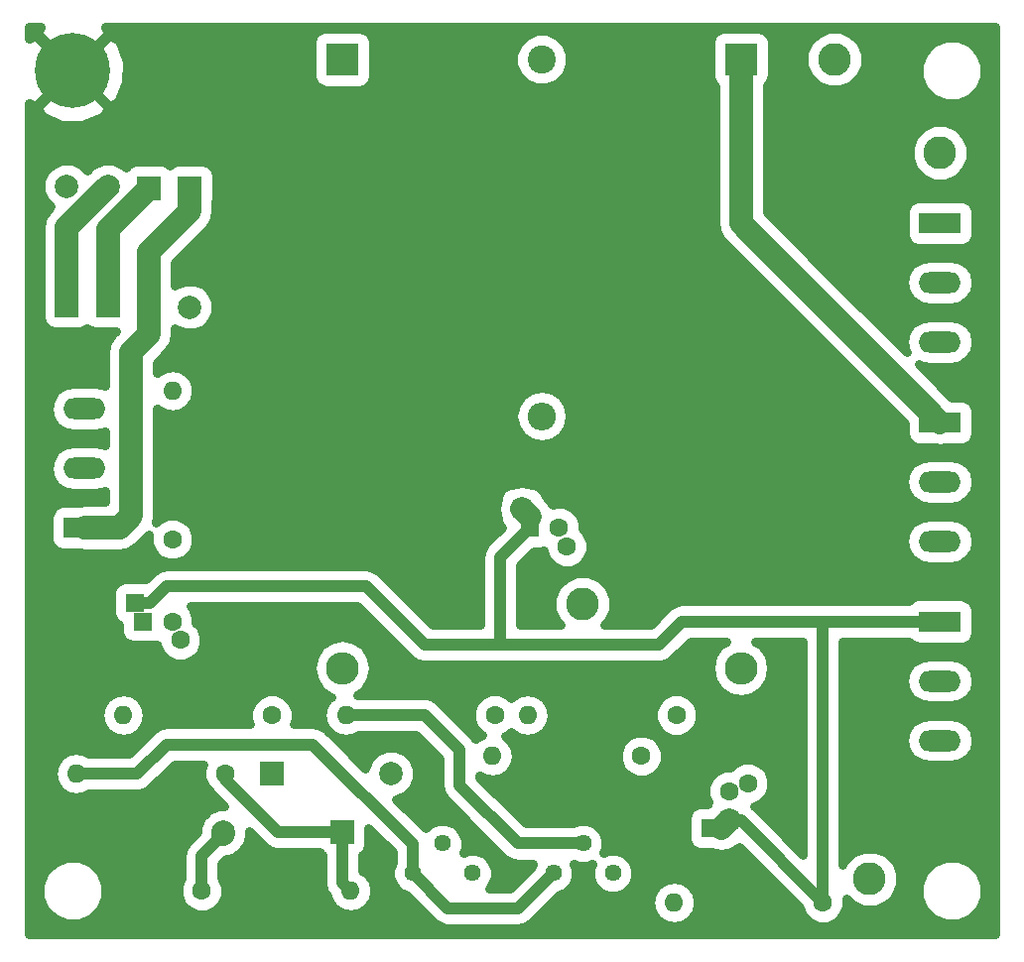
<source format=gbr>
G04 #@! TF.FileFunction,Copper,L1,Top,Signal*
%FSLAX46Y46*%
G04 Gerber Fmt 4.6, Leading zero omitted, Abs format (unit mm)*
G04 Created by KiCad (PCBNEW 4.0.7) date Monday, 04 June 2018 'PMt' 21:28:53*
%MOMM*%
%LPD*%
G01*
G04 APERTURE LIST*
%ADD10C,0.100000*%
%ADD11R,3.600000X1.800000*%
%ADD12O,3.600000X1.800000*%
%ADD13R,1.600000X1.600000*%
%ADD14C,1.600000*%
%ADD15O,1.600000X1.600000*%
%ADD16C,1.998980*%
%ADD17R,1.998980X1.998980*%
%ADD18C,1.440000*%
%ADD19C,6.400000*%
%ADD20R,2.800000X2.800000*%
%ADD21O,2.800000X2.800000*%
%ADD22C,2.800000*%
%ADD23C,2.400000*%
%ADD24O,2.400000X2.400000*%
%ADD25C,1.000000*%
%ADD26C,2.000000*%
%ADD27C,0.800000*%
G04 APERTURE END LIST*
D10*
D11*
X129000000Y-70000000D03*
D12*
X129000000Y-75080000D03*
X129000000Y-80160000D03*
D13*
X61000000Y-87000000D03*
D14*
X63500000Y-87000000D03*
D13*
X60329063Y-85400000D03*
D14*
X64170937Y-88600000D03*
X72000000Y-95000000D03*
D15*
X59300000Y-95000000D03*
D13*
X94000000Y-79000000D03*
D14*
X96500000Y-79000000D03*
D13*
X93329063Y-77400000D03*
D14*
X97170937Y-80600000D03*
D13*
X111000000Y-104000000D03*
D14*
X111000000Y-101500000D03*
D13*
X109400000Y-104670937D03*
D14*
X112600000Y-100829063D03*
D16*
X82160000Y-99997460D03*
D17*
X72000000Y-99997460D03*
D16*
X67840000Y-105002540D03*
D17*
X78000000Y-105002540D03*
D11*
X56000000Y-79000000D03*
D12*
X56000000Y-73920000D03*
X56000000Y-68840000D03*
D18*
X101080000Y-108500000D03*
X98540000Y-105960000D03*
X96000000Y-108500000D03*
X89080000Y-108500000D03*
X86540000Y-105960000D03*
X84000000Y-108500000D03*
D19*
X55000000Y-40000000D03*
D11*
X129000000Y-53000000D03*
D12*
X129000000Y-58080000D03*
X129000000Y-63160000D03*
D11*
X129000000Y-87000000D03*
D12*
X129000000Y-92080000D03*
X129000000Y-97160000D03*
D20*
X78000000Y-39000000D03*
D21*
X78000000Y-91000000D03*
D20*
X112000000Y-39000000D03*
D21*
X112000000Y-91000000D03*
D14*
X63500000Y-80000000D03*
D15*
X63500000Y-67300000D03*
D14*
X91000000Y-95000000D03*
D15*
X78300000Y-95000000D03*
D14*
X119000000Y-111000000D03*
D15*
X106300000Y-111000000D03*
D14*
X68000000Y-100000000D03*
D15*
X55300000Y-100000000D03*
D14*
X66000000Y-110000000D03*
D15*
X78700000Y-110000000D03*
D16*
X65002540Y-60160000D03*
D17*
X65002540Y-50000000D03*
D16*
X54497460Y-49840000D03*
D17*
X54497460Y-60000000D03*
D16*
X61502540Y-60160000D03*
D17*
X61502540Y-50000000D03*
D16*
X57997460Y-49840000D03*
D17*
X57997460Y-60000000D03*
D22*
X129000000Y-47000000D03*
X120000000Y-39000000D03*
X98500000Y-85500000D03*
X123000000Y-109000000D03*
D23*
X95000000Y-39000000D03*
D24*
X95000000Y-69480000D03*
D14*
X106500000Y-95000000D03*
D15*
X93800000Y-95000000D03*
D14*
X103500000Y-98500000D03*
D15*
X90800000Y-98500000D03*
D25*
X55300000Y-100000000D02*
X60500000Y-100000000D01*
X84000000Y-106000000D02*
X84000000Y-108500000D01*
X75500000Y-97500000D02*
X84000000Y-106000000D01*
X63000000Y-97500000D02*
X75500000Y-97500000D01*
X60500000Y-100000000D02*
X63000000Y-97500000D01*
X84000000Y-108500000D02*
X87000000Y-111500000D01*
X87000000Y-111500000D02*
X93000000Y-111500000D01*
X93000000Y-111500000D02*
X96000000Y-108500000D01*
X78300000Y-95000000D02*
X85000000Y-95000000D01*
X92960000Y-105960000D02*
X98540000Y-105960000D01*
X88000000Y-101000000D02*
X92960000Y-105960000D01*
X88000000Y-98000000D02*
X88000000Y-101000000D01*
X85000000Y-95000000D02*
X88000000Y-98000000D01*
X78000000Y-105002540D02*
X78000000Y-109300000D01*
X78000000Y-109300000D02*
X78700000Y-110000000D01*
X68000000Y-100000000D02*
X68000000Y-100500000D01*
X68000000Y-100500000D02*
X72502540Y-105002540D01*
X72502540Y-105002540D02*
X78000000Y-105002540D01*
D26*
X61502540Y-60160000D02*
X61502540Y-55497460D01*
X65002540Y-51997460D02*
X65002540Y-50000000D01*
X61502540Y-55497460D02*
X65002540Y-51997460D01*
X56000000Y-79000000D02*
X59000000Y-79000000D01*
X61502540Y-62497460D02*
X61502540Y-60160000D01*
X60000000Y-64000000D02*
X61502540Y-62497460D01*
X60000000Y-78000000D02*
X60000000Y-64000000D01*
X59000000Y-79000000D02*
X60000000Y-78000000D01*
X57997460Y-60000000D02*
X57997460Y-53505080D01*
X57997460Y-53505080D02*
X61502540Y-50000000D01*
X112000000Y-39000000D02*
X112000000Y-53000000D01*
X112000000Y-53000000D02*
X129000000Y-70000000D01*
D25*
X129000000Y-87000000D02*
X119000000Y-87000000D01*
X94000000Y-79000000D02*
X94000000Y-78070937D01*
D26*
X94000000Y-78070937D02*
X93329063Y-77400000D01*
D25*
X91500000Y-89000000D02*
X91500000Y-81500000D01*
X91500000Y-81500000D02*
X94000000Y-79000000D01*
X109400000Y-104670937D02*
X110329063Y-104670937D01*
D26*
X110329063Y-104670937D02*
X111000000Y-104000000D01*
D25*
X111000000Y-104000000D02*
X112000000Y-104000000D01*
X112000000Y-104000000D02*
X119000000Y-111000000D01*
X119000000Y-111000000D02*
X119000000Y-87000000D01*
X60329063Y-85400000D02*
X61600000Y-85400000D01*
X107000000Y-87000000D02*
X105000000Y-89000000D01*
X61600000Y-85400000D02*
X63000000Y-84000000D01*
X63000000Y-84000000D02*
X80000000Y-84000000D01*
X80000000Y-84000000D02*
X85000000Y-89000000D01*
X85000000Y-89000000D02*
X91500000Y-89000000D01*
X91500000Y-89000000D02*
X105000000Y-89000000D01*
X119000000Y-87000000D02*
X107000000Y-87000000D01*
D26*
X54497460Y-60000000D02*
X54497460Y-53340000D01*
X54497460Y-53340000D02*
X57997460Y-49840000D01*
D25*
X67840000Y-105160000D02*
X66000000Y-107000000D01*
X66000000Y-107000000D02*
X66000000Y-110000000D01*
D26*
X67840000Y-105002540D02*
X67840000Y-105160000D01*
D27*
G36*
X52002598Y-36861176D02*
X55000000Y-39858579D01*
X57997402Y-36861176D01*
X57732734Y-36275000D01*
X133725000Y-36275000D01*
X133725000Y-113725000D01*
X51275000Y-113725000D01*
X51275000Y-110554511D01*
X52199515Y-110554511D01*
X52624892Y-111584000D01*
X53411857Y-112372340D01*
X54440602Y-112799513D01*
X55554511Y-112800485D01*
X56584000Y-112375108D01*
X57372340Y-111588143D01*
X57799513Y-110559398D01*
X57800485Y-109445489D01*
X57375108Y-108416000D01*
X56588143Y-107627660D01*
X55559398Y-107200487D01*
X54445489Y-107199515D01*
X53416000Y-107624892D01*
X52627660Y-108411857D01*
X52200487Y-109440602D01*
X52199515Y-110554511D01*
X51275000Y-110554511D01*
X51275000Y-100000000D01*
X53260818Y-100000000D01*
X53413059Y-100765367D01*
X53846604Y-101414214D01*
X54495451Y-101847759D01*
X55260818Y-102000000D01*
X55339182Y-102000000D01*
X56104549Y-101847759D01*
X56325686Y-101700000D01*
X60499995Y-101700000D01*
X60500000Y-101700001D01*
X61150562Y-101570595D01*
X61702082Y-101202082D01*
X63704163Y-99200000D01*
X66166621Y-99200000D01*
X66000348Y-99600430D01*
X65999654Y-100396079D01*
X66303494Y-101131429D01*
X66645623Y-101474155D01*
X66797918Y-101702082D01*
X67898936Y-102803100D01*
X67842569Y-102803051D01*
X67840000Y-102802540D01*
X67837453Y-102803047D01*
X67404414Y-102802669D01*
X67000665Y-102969494D01*
X66998096Y-102970005D01*
X66995937Y-102971448D01*
X66595716Y-103136815D01*
X66286542Y-103445451D01*
X66284365Y-103446905D01*
X66282923Y-103449063D01*
X65976450Y-103755002D01*
X65808920Y-104158458D01*
X65807465Y-104160636D01*
X65806958Y-104163183D01*
X65640892Y-104563115D01*
X65640550Y-104955286D01*
X64797918Y-105797918D01*
X64429405Y-106349438D01*
X64299999Y-107000000D01*
X64300000Y-107000005D01*
X64300000Y-108878788D01*
X64000348Y-109600430D01*
X63999654Y-110396079D01*
X64303494Y-111131429D01*
X64865612Y-111694529D01*
X65600430Y-111999652D01*
X66396079Y-112000346D01*
X67131429Y-111696506D01*
X67694529Y-111134388D01*
X67999652Y-110399570D01*
X68000346Y-109603921D01*
X67700000Y-108877027D01*
X67700000Y-107704164D01*
X68094858Y-107309306D01*
X68681904Y-107192535D01*
X69395635Y-106715635D01*
X69872535Y-106001904D01*
X69933162Y-105697111D01*
X70039108Y-105441965D01*
X70039351Y-105163263D01*
X70040000Y-105160000D01*
X70040000Y-105002540D01*
X70039493Y-104999993D01*
X70039542Y-104943706D01*
X71300456Y-106204619D01*
X71300458Y-106204622D01*
X71662789Y-106446723D01*
X71851978Y-106573135D01*
X72502540Y-106702541D01*
X72502545Y-106702540D01*
X76025289Y-106702540D01*
X76123489Y-106855147D01*
X76300000Y-106975752D01*
X76300000Y-109299995D01*
X76299999Y-109300000D01*
X76429405Y-109950562D01*
X76744907Y-110422746D01*
X76813059Y-110765367D01*
X77246604Y-111414214D01*
X77895451Y-111847759D01*
X78660818Y-112000000D01*
X78739182Y-112000000D01*
X79504549Y-111847759D01*
X80153396Y-111414214D01*
X80586941Y-110765367D01*
X80739182Y-110000000D01*
X80586941Y-109234633D01*
X80153396Y-108585786D01*
X79700000Y-108282837D01*
X79700000Y-106977251D01*
X79852607Y-106879051D01*
X80126604Y-106478044D01*
X80222999Y-106002030D01*
X80222999Y-104627162D01*
X82300000Y-106704163D01*
X82300000Y-107587398D01*
X82080334Y-108116413D01*
X82079667Y-108880236D01*
X82371354Y-109586172D01*
X82910987Y-110126748D01*
X83443846Y-110348010D01*
X85797916Y-112702079D01*
X85797918Y-112702082D01*
X86349438Y-113070595D01*
X86457374Y-113092065D01*
X87000000Y-113200001D01*
X87000005Y-113200000D01*
X92999995Y-113200000D01*
X93000000Y-113200001D01*
X93650562Y-113070595D01*
X94202082Y-112702082D01*
X95904163Y-111000000D01*
X104260818Y-111000000D01*
X104413059Y-111765367D01*
X104846604Y-112414214D01*
X105495451Y-112847759D01*
X106260818Y-113000000D01*
X106339182Y-113000000D01*
X107104549Y-112847759D01*
X107753396Y-112414214D01*
X108186941Y-111765367D01*
X108339182Y-111000000D01*
X108186941Y-110234633D01*
X107753396Y-109585786D01*
X107104549Y-109152241D01*
X106339182Y-109000000D01*
X106260818Y-109000000D01*
X105495451Y-109152241D01*
X104846604Y-109585786D01*
X104413059Y-110234633D01*
X104260818Y-111000000D01*
X95904163Y-111000000D01*
X96556774Y-110347389D01*
X97086172Y-110128646D01*
X97626748Y-109589013D01*
X97919666Y-108883587D01*
X97920333Y-108119764D01*
X97751687Y-107711609D01*
X98156413Y-107879666D01*
X98920236Y-107880333D01*
X99328391Y-107711687D01*
X99160334Y-108116413D01*
X99159667Y-108880236D01*
X99451354Y-109586172D01*
X99990987Y-110126748D01*
X100696413Y-110419666D01*
X101460236Y-110420333D01*
X102166172Y-110128646D01*
X102706748Y-109589013D01*
X102999666Y-108883587D01*
X103000333Y-108119764D01*
X102708646Y-107413828D01*
X102169013Y-106873252D01*
X101463587Y-106580334D01*
X100699764Y-106579667D01*
X100291609Y-106748313D01*
X100459666Y-106343587D01*
X100460333Y-105579764D01*
X100168646Y-104873828D01*
X99629013Y-104333252D01*
X98923587Y-104040334D01*
X98159764Y-104039667D01*
X97626518Y-104260000D01*
X93664163Y-104260000D01*
X89700000Y-100295836D01*
X89700000Y-100150345D01*
X89995451Y-100347759D01*
X90760818Y-100500000D01*
X90839182Y-100500000D01*
X91604549Y-100347759D01*
X92253396Y-99914214D01*
X92686941Y-99265367D01*
X92760396Y-98896079D01*
X101499654Y-98896079D01*
X101803494Y-99631429D01*
X102365612Y-100194529D01*
X103100430Y-100499652D01*
X103896079Y-100500346D01*
X104631429Y-100196506D01*
X105194529Y-99634388D01*
X105499652Y-98899570D01*
X105500346Y-98103921D01*
X105196506Y-97368571D01*
X104634388Y-96805471D01*
X103899570Y-96500348D01*
X103103921Y-96499654D01*
X102368571Y-96803494D01*
X101805471Y-97365612D01*
X101500348Y-98100430D01*
X101499654Y-98896079D01*
X92760396Y-98896079D01*
X92839182Y-98500000D01*
X92686941Y-97734633D01*
X92253396Y-97085786D01*
X91846804Y-96814110D01*
X92131429Y-96696506D01*
X92387105Y-96441276D01*
X92995451Y-96847759D01*
X93760818Y-97000000D01*
X93839182Y-97000000D01*
X94604549Y-96847759D01*
X95253396Y-96414214D01*
X95686941Y-95765367D01*
X95760396Y-95396079D01*
X104499654Y-95396079D01*
X104803494Y-96131429D01*
X105365612Y-96694529D01*
X106100430Y-96999652D01*
X106896079Y-97000346D01*
X107631429Y-96696506D01*
X108194529Y-96134388D01*
X108499652Y-95399570D01*
X108500346Y-94603921D01*
X108196506Y-93868571D01*
X107634388Y-93305471D01*
X106899570Y-93000348D01*
X106103921Y-92999654D01*
X105368571Y-93303494D01*
X104805471Y-93865612D01*
X104500348Y-94600430D01*
X104499654Y-95396079D01*
X95760396Y-95396079D01*
X95839182Y-95000000D01*
X95686941Y-94234633D01*
X95253396Y-93585786D01*
X94604549Y-93152241D01*
X93839182Y-93000000D01*
X93760818Y-93000000D01*
X92995451Y-93152241D01*
X92387162Y-93558686D01*
X92134388Y-93305471D01*
X91399570Y-93000348D01*
X90603921Y-92999654D01*
X89868571Y-93303494D01*
X89305471Y-93865612D01*
X89000348Y-94600430D01*
X88999654Y-95396079D01*
X89303494Y-96131429D01*
X89865612Y-96694529D01*
X89906656Y-96711572D01*
X89379667Y-97063694D01*
X89202082Y-96797918D01*
X89202079Y-96797916D01*
X86202082Y-93797918D01*
X85650562Y-93429405D01*
X85000000Y-93299999D01*
X84999995Y-93300000D01*
X79325686Y-93300000D01*
X79274840Y-93266026D01*
X79838478Y-92889415D01*
X80402087Y-92045914D01*
X80600000Y-91050937D01*
X80600000Y-90949063D01*
X80402087Y-89954086D01*
X79838478Y-89110585D01*
X78994977Y-88546976D01*
X78000000Y-88349063D01*
X77005023Y-88546976D01*
X76161522Y-89110585D01*
X75597913Y-89954086D01*
X75400000Y-90949063D01*
X75400000Y-91050937D01*
X75597913Y-92045914D01*
X76161522Y-92889415D01*
X77005023Y-93453024D01*
X77036058Y-93459197D01*
X76846604Y-93585786D01*
X76413059Y-94234633D01*
X76260818Y-95000000D01*
X76413059Y-95765367D01*
X76846604Y-96414214D01*
X77495451Y-96847759D01*
X78260818Y-97000000D01*
X78339182Y-97000000D01*
X79104549Y-96847759D01*
X79325686Y-96700000D01*
X84295836Y-96700000D01*
X86300000Y-98704163D01*
X86300000Y-100999995D01*
X86299999Y-101000000D01*
X86429405Y-101650562D01*
X86797918Y-102202082D01*
X91757916Y-107162079D01*
X91757918Y-107162082D01*
X92309438Y-107530595D01*
X92960000Y-107660000D01*
X94269853Y-107660000D01*
X94151989Y-107943847D01*
X92295836Y-109800000D01*
X90495392Y-109800000D01*
X90706748Y-109589013D01*
X90999666Y-108883587D01*
X91000333Y-108119764D01*
X90708646Y-107413828D01*
X90169013Y-106873252D01*
X89463587Y-106580334D01*
X88699764Y-106579667D01*
X88291609Y-106748313D01*
X88459666Y-106343587D01*
X88460333Y-105579764D01*
X88168646Y-104873828D01*
X87629013Y-104333252D01*
X86923587Y-104040334D01*
X86159764Y-104039667D01*
X85453828Y-104331354D01*
X85094359Y-104690196D01*
X82599767Y-102195604D01*
X83404284Y-101863185D01*
X84023550Y-101244998D01*
X84359108Y-100436885D01*
X84359871Y-99561874D01*
X84025725Y-98753176D01*
X83407538Y-98133910D01*
X82599425Y-97798352D01*
X81724414Y-97797589D01*
X80915716Y-98131735D01*
X80296450Y-98749922D01*
X79961275Y-99557112D01*
X76702082Y-96297918D01*
X76150562Y-95929405D01*
X75500000Y-95799999D01*
X75499995Y-95800000D01*
X73833379Y-95800000D01*
X73999652Y-95399570D01*
X74000346Y-94603921D01*
X73696506Y-93868571D01*
X73134388Y-93305471D01*
X72399570Y-93000348D01*
X71603921Y-92999654D01*
X70868571Y-93303494D01*
X70305471Y-93865612D01*
X70000348Y-94600430D01*
X69999654Y-95396079D01*
X70166551Y-95800000D01*
X63000005Y-95800000D01*
X63000000Y-95799999D01*
X62349438Y-95929405D01*
X61797918Y-96297918D01*
X61797916Y-96297921D01*
X59795836Y-98300000D01*
X56325686Y-98300000D01*
X56104549Y-98152241D01*
X55339182Y-98000000D01*
X55260818Y-98000000D01*
X54495451Y-98152241D01*
X53846604Y-98585786D01*
X53413059Y-99234633D01*
X53260818Y-100000000D01*
X51275000Y-100000000D01*
X51275000Y-95000000D01*
X57260818Y-95000000D01*
X57413059Y-95765367D01*
X57846604Y-96414214D01*
X58495451Y-96847759D01*
X59260818Y-97000000D01*
X59339182Y-97000000D01*
X60104549Y-96847759D01*
X60753396Y-96414214D01*
X61186941Y-95765367D01*
X61339182Y-95000000D01*
X61186941Y-94234633D01*
X60753396Y-93585786D01*
X60104549Y-93152241D01*
X59339182Y-93000000D01*
X59260818Y-93000000D01*
X58495451Y-93152241D01*
X57846604Y-93585786D01*
X57413059Y-94234633D01*
X57260818Y-95000000D01*
X51275000Y-95000000D01*
X51275000Y-84600000D01*
X58305554Y-84600000D01*
X58305554Y-86200000D01*
X58389229Y-86644693D01*
X58652042Y-87053117D01*
X58976491Y-87274804D01*
X58976491Y-87800000D01*
X59060166Y-88244693D01*
X59322979Y-88653117D01*
X59723986Y-88927114D01*
X60200000Y-89023509D01*
X61800000Y-89023509D01*
X62170628Y-88953770D01*
X62170591Y-88996079D01*
X62474431Y-89731429D01*
X63036549Y-90294529D01*
X63771367Y-90599652D01*
X64567016Y-90600346D01*
X65302366Y-90296506D01*
X65865466Y-89734388D01*
X66170589Y-88999570D01*
X66171283Y-88203921D01*
X65867443Y-87468571D01*
X65499913Y-87100399D01*
X65500346Y-86603921D01*
X65196506Y-85868571D01*
X65028229Y-85700000D01*
X79295836Y-85700000D01*
X83797916Y-90202079D01*
X83797918Y-90202082D01*
X84349438Y-90570595D01*
X84457374Y-90592065D01*
X85000000Y-90700001D01*
X85000005Y-90700000D01*
X104999995Y-90700000D01*
X105000000Y-90700001D01*
X105650562Y-90570595D01*
X106202082Y-90202082D01*
X107704163Y-88700000D01*
X110776006Y-88700000D01*
X110161522Y-89110585D01*
X109597913Y-89954086D01*
X109400000Y-90949063D01*
X109400000Y-91050937D01*
X109597913Y-92045914D01*
X110161522Y-92889415D01*
X111005023Y-93453024D01*
X112000000Y-93650937D01*
X112994977Y-93453024D01*
X113838478Y-92889415D01*
X114402087Y-92045914D01*
X114600000Y-91050937D01*
X114600000Y-90949063D01*
X114402087Y-89954086D01*
X113838478Y-89110585D01*
X113223994Y-88700000D01*
X117300000Y-88700000D01*
X117300000Y-106895837D01*
X113202082Y-102797918D01*
X113152490Y-102764782D01*
X113731429Y-102525569D01*
X114294529Y-101963451D01*
X114599652Y-101228633D01*
X114600346Y-100432984D01*
X114296506Y-99697634D01*
X113734388Y-99134534D01*
X112999570Y-98829411D01*
X112203921Y-98828717D01*
X111468571Y-99132557D01*
X111100399Y-99500087D01*
X110603921Y-99499654D01*
X109868571Y-99803494D01*
X109305471Y-100365612D01*
X109000348Y-101100430D01*
X108999654Y-101896079D01*
X109240424Y-102478787D01*
X109125196Y-102647428D01*
X108600000Y-102647428D01*
X108155307Y-102731103D01*
X107746883Y-102993916D01*
X107472886Y-103394923D01*
X107376491Y-103870937D01*
X107376491Y-105470937D01*
X107460166Y-105915630D01*
X107722979Y-106324054D01*
X108123986Y-106598051D01*
X108600000Y-106694446D01*
X109473652Y-106694446D01*
X109487160Y-106703472D01*
X110329063Y-106870937D01*
X111170966Y-106703472D01*
X111847358Y-106251522D01*
X117005103Y-111409266D01*
X117303494Y-112131429D01*
X117865612Y-112694529D01*
X118600430Y-112999652D01*
X119396079Y-113000346D01*
X120131429Y-112696506D01*
X120694529Y-112134388D01*
X120999652Y-111399570D01*
X121000282Y-110676958D01*
X121525295Y-111202887D01*
X122480559Y-111599548D01*
X123514903Y-111600450D01*
X124470858Y-111205458D01*
X125122941Y-110554511D01*
X127199515Y-110554511D01*
X127624892Y-111584000D01*
X128411857Y-112372340D01*
X129440602Y-112799513D01*
X130554511Y-112800485D01*
X131584000Y-112375108D01*
X132372340Y-111588143D01*
X132799513Y-110559398D01*
X132800485Y-109445489D01*
X132375108Y-108416000D01*
X131588143Y-107627660D01*
X130559398Y-107200487D01*
X129445489Y-107199515D01*
X128416000Y-107624892D01*
X127627660Y-108411857D01*
X127200487Y-109440602D01*
X127199515Y-110554511D01*
X125122941Y-110554511D01*
X125202887Y-110474705D01*
X125599548Y-109519441D01*
X125600450Y-108485097D01*
X125205458Y-107529142D01*
X124474705Y-106797113D01*
X123519441Y-106400452D01*
X122485097Y-106399550D01*
X121529142Y-106794542D01*
X120797113Y-107525295D01*
X120700000Y-107759169D01*
X120700000Y-97160000D01*
X125941227Y-97160000D01*
X126101080Y-97963635D01*
X126556303Y-98644924D01*
X127237592Y-99100147D01*
X128041227Y-99260000D01*
X129958773Y-99260000D01*
X130762408Y-99100147D01*
X131443697Y-98644924D01*
X131898920Y-97963635D01*
X132058773Y-97160000D01*
X131898920Y-96356365D01*
X131443697Y-95675076D01*
X130762408Y-95219853D01*
X129958773Y-95060000D01*
X128041227Y-95060000D01*
X127237592Y-95219853D01*
X126556303Y-95675076D01*
X126101080Y-96356365D01*
X125941227Y-97160000D01*
X120700000Y-97160000D01*
X120700000Y-92080000D01*
X125941227Y-92080000D01*
X126101080Y-92883635D01*
X126556303Y-93564924D01*
X127237592Y-94020147D01*
X128041227Y-94180000D01*
X129958773Y-94180000D01*
X130762408Y-94020147D01*
X131443697Y-93564924D01*
X131898920Y-92883635D01*
X132058773Y-92080000D01*
X131898920Y-91276365D01*
X131443697Y-90595076D01*
X130762408Y-90139853D01*
X129958773Y-89980000D01*
X128041227Y-89980000D01*
X127237592Y-90139853D01*
X126556303Y-90595076D01*
X126101080Y-91276365D01*
X125941227Y-92080000D01*
X120700000Y-92080000D01*
X120700000Y-88700000D01*
X126288799Y-88700000D01*
X126322979Y-88753117D01*
X126723986Y-89027114D01*
X127200000Y-89123509D01*
X130800000Y-89123509D01*
X131244693Y-89039834D01*
X131653117Y-88777021D01*
X131927114Y-88376014D01*
X132023509Y-87900000D01*
X132023509Y-86100000D01*
X131939834Y-85655307D01*
X131677021Y-85246883D01*
X131276014Y-84972886D01*
X130800000Y-84876491D01*
X127200000Y-84876491D01*
X126755307Y-84960166D01*
X126346883Y-85222979D01*
X126294257Y-85300000D01*
X107000005Y-85300000D01*
X107000000Y-85299999D01*
X106349438Y-85429405D01*
X105797918Y-85797918D01*
X105797916Y-85797921D01*
X104295836Y-87300000D01*
X100377024Y-87300000D01*
X100702887Y-86974705D01*
X101099548Y-86019441D01*
X101100450Y-84985097D01*
X100705458Y-84029142D01*
X99974705Y-83297113D01*
X99019441Y-82900452D01*
X97985097Y-82899550D01*
X97029142Y-83294542D01*
X96297113Y-84025295D01*
X95900452Y-84980559D01*
X95899550Y-86014903D01*
X96294542Y-86970858D01*
X96623110Y-87300000D01*
X93200000Y-87300000D01*
X93200000Y-82204164D01*
X94380654Y-81023509D01*
X94800000Y-81023509D01*
X95170628Y-80953770D01*
X95170591Y-80996079D01*
X95474431Y-81731429D01*
X96036549Y-82294529D01*
X96771367Y-82599652D01*
X97567016Y-82600346D01*
X98302366Y-82296506D01*
X98865466Y-81734388D01*
X99170589Y-80999570D01*
X99171283Y-80203921D01*
X99153136Y-80160000D01*
X125941227Y-80160000D01*
X126101080Y-80963635D01*
X126556303Y-81644924D01*
X127237592Y-82100147D01*
X128041227Y-82260000D01*
X129958773Y-82260000D01*
X130762408Y-82100147D01*
X131443697Y-81644924D01*
X131898920Y-80963635D01*
X132058773Y-80160000D01*
X131898920Y-79356365D01*
X131443697Y-78675076D01*
X130762408Y-78219853D01*
X129958773Y-78060000D01*
X128041227Y-78060000D01*
X127237592Y-78219853D01*
X126556303Y-78675076D01*
X126101080Y-79356365D01*
X125941227Y-80160000D01*
X99153136Y-80160000D01*
X98867443Y-79468571D01*
X98499913Y-79100399D01*
X98500346Y-78603921D01*
X98196506Y-77868571D01*
X97634388Y-77305471D01*
X96899570Y-77000348D01*
X96103921Y-76999654D01*
X95927873Y-77072396D01*
X95555635Y-76515302D01*
X95285876Y-76245543D01*
X95268897Y-76155307D01*
X95006084Y-75746883D01*
X94605077Y-75472886D01*
X94208571Y-75392592D01*
X94170966Y-75367465D01*
X93329063Y-75200000D01*
X92487160Y-75367465D01*
X92451931Y-75391005D01*
X92084370Y-75460166D01*
X91675946Y-75722979D01*
X91401949Y-76123986D01*
X91321655Y-76520492D01*
X91296528Y-76558097D01*
X91129063Y-77400000D01*
X91296528Y-78241903D01*
X91320068Y-78277132D01*
X91389229Y-78644693D01*
X91609238Y-78986598D01*
X90297918Y-80297918D01*
X89929405Y-80849438D01*
X89799999Y-81500000D01*
X89800000Y-81500005D01*
X89800000Y-87300000D01*
X85704163Y-87300000D01*
X81202082Y-82797918D01*
X80650562Y-82429405D01*
X80000000Y-82299999D01*
X79999995Y-82300000D01*
X63000005Y-82300000D01*
X63000000Y-82299999D01*
X62349438Y-82429405D01*
X61797918Y-82797918D01*
X61204141Y-83391695D01*
X61129063Y-83376491D01*
X59529063Y-83376491D01*
X59084370Y-83460166D01*
X58675946Y-83722979D01*
X58401949Y-84123986D01*
X58305554Y-84600000D01*
X51275000Y-84600000D01*
X51275000Y-59000510D01*
X52274461Y-59000510D01*
X52274461Y-60999490D01*
X52358136Y-61444183D01*
X52620949Y-61852607D01*
X53021956Y-62126604D01*
X53497970Y-62222999D01*
X55496950Y-62222999D01*
X55941643Y-62139324D01*
X56250089Y-61940845D01*
X56521956Y-62126604D01*
X56997970Y-62222999D01*
X58665731Y-62222999D01*
X58444365Y-62444365D01*
X57967465Y-63158096D01*
X57800000Y-64000000D01*
X57800000Y-66924971D01*
X57762408Y-66899853D01*
X56958773Y-66740000D01*
X55041227Y-66740000D01*
X54237592Y-66899853D01*
X53556303Y-67355076D01*
X53101080Y-68036365D01*
X52941227Y-68840000D01*
X53101080Y-69643635D01*
X53556303Y-70324924D01*
X54237592Y-70780147D01*
X55041227Y-70940000D01*
X56958773Y-70940000D01*
X57762408Y-70780147D01*
X57800000Y-70755029D01*
X57800000Y-72004971D01*
X57762408Y-71979853D01*
X56958773Y-71820000D01*
X55041227Y-71820000D01*
X54237592Y-71979853D01*
X53556303Y-72435076D01*
X53101080Y-73116365D01*
X52941227Y-73920000D01*
X53101080Y-74723635D01*
X53556303Y-75404924D01*
X54237592Y-75860147D01*
X55041227Y-76020000D01*
X56958773Y-76020000D01*
X57762408Y-75860147D01*
X57800000Y-75835029D01*
X57800000Y-76800000D01*
X56000000Y-76800000D01*
X55615454Y-76876491D01*
X54200000Y-76876491D01*
X53755307Y-76960166D01*
X53346883Y-77222979D01*
X53072886Y-77623986D01*
X52976491Y-78100000D01*
X52976491Y-79900000D01*
X53060166Y-80344693D01*
X53322979Y-80753117D01*
X53723986Y-81027114D01*
X54200000Y-81123509D01*
X55615454Y-81123509D01*
X56000000Y-81200000D01*
X59000000Y-81200000D01*
X59841904Y-81032535D01*
X60555635Y-80555635D01*
X61500339Y-79610931D01*
X61499654Y-80396079D01*
X61803494Y-81131429D01*
X62365612Y-81694529D01*
X63100430Y-81999652D01*
X63896079Y-82000346D01*
X64631429Y-81696506D01*
X65194529Y-81134388D01*
X65499652Y-80399570D01*
X65500346Y-79603921D01*
X65196506Y-78868571D01*
X64634388Y-78305471D01*
X63899570Y-78000348D01*
X63103921Y-77999654D01*
X62368571Y-78303494D01*
X62082909Y-78588657D01*
X62200000Y-78000000D01*
X62200000Y-75080000D01*
X125941227Y-75080000D01*
X126101080Y-75883635D01*
X126556303Y-76564924D01*
X127237592Y-77020147D01*
X128041227Y-77180000D01*
X129958773Y-77180000D01*
X130762408Y-77020147D01*
X131443697Y-76564924D01*
X131898920Y-75883635D01*
X132058773Y-75080000D01*
X131898920Y-74276365D01*
X131443697Y-73595076D01*
X130762408Y-73139853D01*
X129958773Y-72980000D01*
X128041227Y-72980000D01*
X127237592Y-73139853D01*
X126556303Y-73595076D01*
X126101080Y-74276365D01*
X125941227Y-75080000D01*
X62200000Y-75080000D01*
X62200000Y-69432981D01*
X92600000Y-69432981D01*
X92600000Y-69527019D01*
X92782689Y-70445459D01*
X93302944Y-71224075D01*
X94081560Y-71744330D01*
X95000000Y-71927019D01*
X95918440Y-71744330D01*
X96697056Y-71224075D01*
X97217311Y-70445459D01*
X97400000Y-69527019D01*
X97400000Y-69432981D01*
X97217311Y-68514541D01*
X96697056Y-67735925D01*
X95918440Y-67215670D01*
X95000000Y-67032981D01*
X94081560Y-67215670D01*
X93302944Y-67735925D01*
X92782689Y-68514541D01*
X92600000Y-69432981D01*
X62200000Y-69432981D01*
X62200000Y-68829711D01*
X62734633Y-69186941D01*
X63500000Y-69339182D01*
X64265367Y-69186941D01*
X64914214Y-68753396D01*
X65347759Y-68104549D01*
X65500000Y-67339182D01*
X65500000Y-67260818D01*
X65347759Y-66495451D01*
X64914214Y-65846604D01*
X64265367Y-65413059D01*
X63500000Y-65260818D01*
X62734633Y-65413059D01*
X62200000Y-65770289D01*
X62200000Y-64911270D01*
X63058175Y-64053095D01*
X63535075Y-63339364D01*
X63702540Y-62497460D01*
X63702540Y-61970996D01*
X63755002Y-62023550D01*
X64563115Y-62359108D01*
X65438126Y-62359871D01*
X66246824Y-62025725D01*
X66866090Y-61407538D01*
X67201648Y-60599425D01*
X67202411Y-59724414D01*
X66868265Y-58915716D01*
X66250078Y-58296450D01*
X65441965Y-57960892D01*
X64566954Y-57960129D01*
X63758256Y-58294275D01*
X63702540Y-58349894D01*
X63702540Y-56408730D01*
X66558175Y-53553095D01*
X67035075Y-52839364D01*
X67202540Y-51997460D01*
X67202540Y-51113063D01*
X67225539Y-50999490D01*
X67225539Y-49000510D01*
X67141864Y-48555817D01*
X66879051Y-48147393D01*
X66478044Y-47873396D01*
X66002030Y-47777001D01*
X64003050Y-47777001D01*
X63558357Y-47860676D01*
X63249911Y-48059155D01*
X62978044Y-47873396D01*
X62502030Y-47777001D01*
X60503050Y-47777001D01*
X60058357Y-47860676D01*
X59649933Y-48123489D01*
X59545036Y-48277011D01*
X59244998Y-47976450D01*
X58841540Y-47808919D01*
X58839363Y-47807465D01*
X58836818Y-47806959D01*
X58436885Y-47640892D01*
X58000029Y-47640511D01*
X57997460Y-47640000D01*
X57994913Y-47640507D01*
X57561874Y-47640129D01*
X57158125Y-47806954D01*
X57155556Y-47807465D01*
X57153397Y-47808908D01*
X56753176Y-47974275D01*
X56444002Y-48282911D01*
X56441825Y-48284365D01*
X56246931Y-48479259D01*
X55744998Y-47976450D01*
X54936885Y-47640892D01*
X54061874Y-47640129D01*
X53253176Y-47974275D01*
X52633910Y-48592462D01*
X52298352Y-49400575D01*
X52297589Y-50275586D01*
X52631735Y-51084284D01*
X53136380Y-51589810D01*
X52941825Y-51784365D01*
X52464925Y-52498096D01*
X52297460Y-53340000D01*
X52297460Y-58886937D01*
X52274461Y-59000510D01*
X51275000Y-59000510D01*
X51275000Y-43138824D01*
X52002598Y-43138824D01*
X52324745Y-43852302D01*
X54002598Y-44582839D01*
X55832297Y-44615681D01*
X57535287Y-43945826D01*
X57675255Y-43852302D01*
X57997402Y-43138824D01*
X55000000Y-40141421D01*
X52002598Y-43138824D01*
X51275000Y-43138824D01*
X51275000Y-42732734D01*
X51861176Y-42997402D01*
X54858579Y-40000000D01*
X55141421Y-40000000D01*
X58138824Y-42997402D01*
X58852302Y-42675255D01*
X59582839Y-40997402D01*
X59615681Y-39167703D01*
X58999040Y-37600000D01*
X75376491Y-37600000D01*
X75376491Y-40400000D01*
X75460166Y-40844693D01*
X75722979Y-41253117D01*
X76123986Y-41527114D01*
X76600000Y-41623509D01*
X79400000Y-41623509D01*
X79844693Y-41539834D01*
X80253117Y-41277021D01*
X80527114Y-40876014D01*
X80623509Y-40400000D01*
X80623509Y-39475295D01*
X92599584Y-39475295D01*
X92964192Y-40357715D01*
X93638734Y-41033435D01*
X94520516Y-41399583D01*
X95475295Y-41400416D01*
X96357715Y-41035808D01*
X97033435Y-40361266D01*
X97399583Y-39479484D01*
X97400416Y-38524705D01*
X97035808Y-37642285D01*
X96993597Y-37600000D01*
X109376491Y-37600000D01*
X109376491Y-40400000D01*
X109460166Y-40844693D01*
X109722979Y-41253117D01*
X109800000Y-41305743D01*
X109800000Y-53000000D01*
X109967465Y-53841904D01*
X110205040Y-54197460D01*
X110444365Y-54555635D01*
X125976491Y-70087761D01*
X125976491Y-70900000D01*
X126060166Y-71344693D01*
X126322979Y-71753117D01*
X126723986Y-72027114D01*
X127200000Y-72123509D01*
X128615452Y-72123509D01*
X129000000Y-72200000D01*
X129384549Y-72123509D01*
X130800000Y-72123509D01*
X131244693Y-72039834D01*
X131653117Y-71777021D01*
X131927114Y-71376014D01*
X132023509Y-70900000D01*
X132023509Y-69100000D01*
X131939834Y-68655307D01*
X131677021Y-68246883D01*
X131276014Y-67972886D01*
X130800000Y-67876491D01*
X129987761Y-67876491D01*
X127158709Y-65047439D01*
X127237592Y-65100147D01*
X128041227Y-65260000D01*
X129958773Y-65260000D01*
X130762408Y-65100147D01*
X131443697Y-64644924D01*
X131898920Y-63963635D01*
X132058773Y-63160000D01*
X131898920Y-62356365D01*
X131443697Y-61675076D01*
X130762408Y-61219853D01*
X129958773Y-61060000D01*
X128041227Y-61060000D01*
X127237592Y-61219853D01*
X126556303Y-61675076D01*
X126101080Y-62356365D01*
X125941227Y-63160000D01*
X126101080Y-63963635D01*
X126153788Y-64042518D01*
X120191270Y-58080000D01*
X125941227Y-58080000D01*
X126101080Y-58883635D01*
X126556303Y-59564924D01*
X127237592Y-60020147D01*
X128041227Y-60180000D01*
X129958773Y-60180000D01*
X130762408Y-60020147D01*
X131443697Y-59564924D01*
X131898920Y-58883635D01*
X132058773Y-58080000D01*
X131898920Y-57276365D01*
X131443697Y-56595076D01*
X130762408Y-56139853D01*
X129958773Y-55980000D01*
X128041227Y-55980000D01*
X127237592Y-56139853D01*
X126556303Y-56595076D01*
X126101080Y-57276365D01*
X125941227Y-58080000D01*
X120191270Y-58080000D01*
X114211270Y-52100000D01*
X125976491Y-52100000D01*
X125976491Y-53900000D01*
X126060166Y-54344693D01*
X126322979Y-54753117D01*
X126723986Y-55027114D01*
X127200000Y-55123509D01*
X130800000Y-55123509D01*
X131244693Y-55039834D01*
X131653117Y-54777021D01*
X131927114Y-54376014D01*
X132023509Y-53900000D01*
X132023509Y-52100000D01*
X131939834Y-51655307D01*
X131677021Y-51246883D01*
X131276014Y-50972886D01*
X130800000Y-50876491D01*
X127200000Y-50876491D01*
X126755307Y-50960166D01*
X126346883Y-51222979D01*
X126072886Y-51623986D01*
X125976491Y-52100000D01*
X114211270Y-52100000D01*
X114200000Y-52088730D01*
X114200000Y-47514903D01*
X126399550Y-47514903D01*
X126794542Y-48470858D01*
X127525295Y-49202887D01*
X128480559Y-49599548D01*
X129514903Y-49600450D01*
X130470858Y-49205458D01*
X131202887Y-48474705D01*
X131599548Y-47519441D01*
X131600450Y-46485097D01*
X131205458Y-45529142D01*
X130474705Y-44797113D01*
X129519441Y-44400452D01*
X128485097Y-44399550D01*
X127529142Y-44794542D01*
X126797113Y-45525295D01*
X126400452Y-46480559D01*
X126399550Y-47514903D01*
X114200000Y-47514903D01*
X114200000Y-41311201D01*
X114253117Y-41277021D01*
X114527114Y-40876014D01*
X114623509Y-40400000D01*
X114623509Y-39514903D01*
X117399550Y-39514903D01*
X117794542Y-40470858D01*
X118525295Y-41202887D01*
X119480559Y-41599548D01*
X120514903Y-41600450D01*
X121470858Y-41205458D01*
X122122941Y-40554511D01*
X127199515Y-40554511D01*
X127624892Y-41584000D01*
X128411857Y-42372340D01*
X129440602Y-42799513D01*
X130554511Y-42800485D01*
X131584000Y-42375108D01*
X132372340Y-41588143D01*
X132799513Y-40559398D01*
X132800485Y-39445489D01*
X132375108Y-38416000D01*
X131588143Y-37627660D01*
X130559398Y-37200487D01*
X129445489Y-37199515D01*
X128416000Y-37624892D01*
X127627660Y-38411857D01*
X127200487Y-39440602D01*
X127199515Y-40554511D01*
X122122941Y-40554511D01*
X122202887Y-40474705D01*
X122599548Y-39519441D01*
X122600450Y-38485097D01*
X122205458Y-37529142D01*
X121474705Y-36797113D01*
X120519441Y-36400452D01*
X119485097Y-36399550D01*
X118529142Y-36794542D01*
X117797113Y-37525295D01*
X117400452Y-38480559D01*
X117399550Y-39514903D01*
X114623509Y-39514903D01*
X114623509Y-37600000D01*
X114539834Y-37155307D01*
X114277021Y-36746883D01*
X113876014Y-36472886D01*
X113400000Y-36376491D01*
X110600000Y-36376491D01*
X110155307Y-36460166D01*
X109746883Y-36722979D01*
X109472886Y-37123986D01*
X109376491Y-37600000D01*
X96993597Y-37600000D01*
X96361266Y-36966565D01*
X95479484Y-36600417D01*
X94524705Y-36599584D01*
X93642285Y-36964192D01*
X92966565Y-37638734D01*
X92600417Y-38520516D01*
X92599584Y-39475295D01*
X80623509Y-39475295D01*
X80623509Y-37600000D01*
X80539834Y-37155307D01*
X80277021Y-36746883D01*
X79876014Y-36472886D01*
X79400000Y-36376491D01*
X76600000Y-36376491D01*
X76155307Y-36460166D01*
X75746883Y-36722979D01*
X75472886Y-37123986D01*
X75376491Y-37600000D01*
X58999040Y-37600000D01*
X58945826Y-37464713D01*
X58852302Y-37324745D01*
X58138824Y-37002598D01*
X55141421Y-40000000D01*
X54858579Y-40000000D01*
X51861176Y-37002598D01*
X51275000Y-37267266D01*
X51275000Y-36275000D01*
X52267266Y-36275000D01*
X52002598Y-36861176D01*
X52002598Y-36861176D01*
G37*
X52002598Y-36861176D02*
X55000000Y-39858579D01*
X57997402Y-36861176D01*
X57732734Y-36275000D01*
X133725000Y-36275000D01*
X133725000Y-113725000D01*
X51275000Y-113725000D01*
X51275000Y-110554511D01*
X52199515Y-110554511D01*
X52624892Y-111584000D01*
X53411857Y-112372340D01*
X54440602Y-112799513D01*
X55554511Y-112800485D01*
X56584000Y-112375108D01*
X57372340Y-111588143D01*
X57799513Y-110559398D01*
X57800485Y-109445489D01*
X57375108Y-108416000D01*
X56588143Y-107627660D01*
X55559398Y-107200487D01*
X54445489Y-107199515D01*
X53416000Y-107624892D01*
X52627660Y-108411857D01*
X52200487Y-109440602D01*
X52199515Y-110554511D01*
X51275000Y-110554511D01*
X51275000Y-100000000D01*
X53260818Y-100000000D01*
X53413059Y-100765367D01*
X53846604Y-101414214D01*
X54495451Y-101847759D01*
X55260818Y-102000000D01*
X55339182Y-102000000D01*
X56104549Y-101847759D01*
X56325686Y-101700000D01*
X60499995Y-101700000D01*
X60500000Y-101700001D01*
X61150562Y-101570595D01*
X61702082Y-101202082D01*
X63704163Y-99200000D01*
X66166621Y-99200000D01*
X66000348Y-99600430D01*
X65999654Y-100396079D01*
X66303494Y-101131429D01*
X66645623Y-101474155D01*
X66797918Y-101702082D01*
X67898936Y-102803100D01*
X67842569Y-102803051D01*
X67840000Y-102802540D01*
X67837453Y-102803047D01*
X67404414Y-102802669D01*
X67000665Y-102969494D01*
X66998096Y-102970005D01*
X66995937Y-102971448D01*
X66595716Y-103136815D01*
X66286542Y-103445451D01*
X66284365Y-103446905D01*
X66282923Y-103449063D01*
X65976450Y-103755002D01*
X65808920Y-104158458D01*
X65807465Y-104160636D01*
X65806958Y-104163183D01*
X65640892Y-104563115D01*
X65640550Y-104955286D01*
X64797918Y-105797918D01*
X64429405Y-106349438D01*
X64299999Y-107000000D01*
X64300000Y-107000005D01*
X64300000Y-108878788D01*
X64000348Y-109600430D01*
X63999654Y-110396079D01*
X64303494Y-111131429D01*
X64865612Y-111694529D01*
X65600430Y-111999652D01*
X66396079Y-112000346D01*
X67131429Y-111696506D01*
X67694529Y-111134388D01*
X67999652Y-110399570D01*
X68000346Y-109603921D01*
X67700000Y-108877027D01*
X67700000Y-107704164D01*
X68094858Y-107309306D01*
X68681904Y-107192535D01*
X69395635Y-106715635D01*
X69872535Y-106001904D01*
X69933162Y-105697111D01*
X70039108Y-105441965D01*
X70039351Y-105163263D01*
X70040000Y-105160000D01*
X70040000Y-105002540D01*
X70039493Y-104999993D01*
X70039542Y-104943706D01*
X71300456Y-106204619D01*
X71300458Y-106204622D01*
X71662789Y-106446723D01*
X71851978Y-106573135D01*
X72502540Y-106702541D01*
X72502545Y-106702540D01*
X76025289Y-106702540D01*
X76123489Y-106855147D01*
X76300000Y-106975752D01*
X76300000Y-109299995D01*
X76299999Y-109300000D01*
X76429405Y-109950562D01*
X76744907Y-110422746D01*
X76813059Y-110765367D01*
X77246604Y-111414214D01*
X77895451Y-111847759D01*
X78660818Y-112000000D01*
X78739182Y-112000000D01*
X79504549Y-111847759D01*
X80153396Y-111414214D01*
X80586941Y-110765367D01*
X80739182Y-110000000D01*
X80586941Y-109234633D01*
X80153396Y-108585786D01*
X79700000Y-108282837D01*
X79700000Y-106977251D01*
X79852607Y-106879051D01*
X80126604Y-106478044D01*
X80222999Y-106002030D01*
X80222999Y-104627162D01*
X82300000Y-106704163D01*
X82300000Y-107587398D01*
X82080334Y-108116413D01*
X82079667Y-108880236D01*
X82371354Y-109586172D01*
X82910987Y-110126748D01*
X83443846Y-110348010D01*
X85797916Y-112702079D01*
X85797918Y-112702082D01*
X86349438Y-113070595D01*
X86457374Y-113092065D01*
X87000000Y-113200001D01*
X87000005Y-113200000D01*
X92999995Y-113200000D01*
X93000000Y-113200001D01*
X93650562Y-113070595D01*
X94202082Y-112702082D01*
X95904163Y-111000000D01*
X104260818Y-111000000D01*
X104413059Y-111765367D01*
X104846604Y-112414214D01*
X105495451Y-112847759D01*
X106260818Y-113000000D01*
X106339182Y-113000000D01*
X107104549Y-112847759D01*
X107753396Y-112414214D01*
X108186941Y-111765367D01*
X108339182Y-111000000D01*
X108186941Y-110234633D01*
X107753396Y-109585786D01*
X107104549Y-109152241D01*
X106339182Y-109000000D01*
X106260818Y-109000000D01*
X105495451Y-109152241D01*
X104846604Y-109585786D01*
X104413059Y-110234633D01*
X104260818Y-111000000D01*
X95904163Y-111000000D01*
X96556774Y-110347389D01*
X97086172Y-110128646D01*
X97626748Y-109589013D01*
X97919666Y-108883587D01*
X97920333Y-108119764D01*
X97751687Y-107711609D01*
X98156413Y-107879666D01*
X98920236Y-107880333D01*
X99328391Y-107711687D01*
X99160334Y-108116413D01*
X99159667Y-108880236D01*
X99451354Y-109586172D01*
X99990987Y-110126748D01*
X100696413Y-110419666D01*
X101460236Y-110420333D01*
X102166172Y-110128646D01*
X102706748Y-109589013D01*
X102999666Y-108883587D01*
X103000333Y-108119764D01*
X102708646Y-107413828D01*
X102169013Y-106873252D01*
X101463587Y-106580334D01*
X100699764Y-106579667D01*
X100291609Y-106748313D01*
X100459666Y-106343587D01*
X100460333Y-105579764D01*
X100168646Y-104873828D01*
X99629013Y-104333252D01*
X98923587Y-104040334D01*
X98159764Y-104039667D01*
X97626518Y-104260000D01*
X93664163Y-104260000D01*
X89700000Y-100295836D01*
X89700000Y-100150345D01*
X89995451Y-100347759D01*
X90760818Y-100500000D01*
X90839182Y-100500000D01*
X91604549Y-100347759D01*
X92253396Y-99914214D01*
X92686941Y-99265367D01*
X92760396Y-98896079D01*
X101499654Y-98896079D01*
X101803494Y-99631429D01*
X102365612Y-100194529D01*
X103100430Y-100499652D01*
X103896079Y-100500346D01*
X104631429Y-100196506D01*
X105194529Y-99634388D01*
X105499652Y-98899570D01*
X105500346Y-98103921D01*
X105196506Y-97368571D01*
X104634388Y-96805471D01*
X103899570Y-96500348D01*
X103103921Y-96499654D01*
X102368571Y-96803494D01*
X101805471Y-97365612D01*
X101500348Y-98100430D01*
X101499654Y-98896079D01*
X92760396Y-98896079D01*
X92839182Y-98500000D01*
X92686941Y-97734633D01*
X92253396Y-97085786D01*
X91846804Y-96814110D01*
X92131429Y-96696506D01*
X92387105Y-96441276D01*
X92995451Y-96847759D01*
X93760818Y-97000000D01*
X93839182Y-97000000D01*
X94604549Y-96847759D01*
X95253396Y-96414214D01*
X95686941Y-95765367D01*
X95760396Y-95396079D01*
X104499654Y-95396079D01*
X104803494Y-96131429D01*
X105365612Y-96694529D01*
X106100430Y-96999652D01*
X106896079Y-97000346D01*
X107631429Y-96696506D01*
X108194529Y-96134388D01*
X108499652Y-95399570D01*
X108500346Y-94603921D01*
X108196506Y-93868571D01*
X107634388Y-93305471D01*
X106899570Y-93000348D01*
X106103921Y-92999654D01*
X105368571Y-93303494D01*
X104805471Y-93865612D01*
X104500348Y-94600430D01*
X104499654Y-95396079D01*
X95760396Y-95396079D01*
X95839182Y-95000000D01*
X95686941Y-94234633D01*
X95253396Y-93585786D01*
X94604549Y-93152241D01*
X93839182Y-93000000D01*
X93760818Y-93000000D01*
X92995451Y-93152241D01*
X92387162Y-93558686D01*
X92134388Y-93305471D01*
X91399570Y-93000348D01*
X90603921Y-92999654D01*
X89868571Y-93303494D01*
X89305471Y-93865612D01*
X89000348Y-94600430D01*
X88999654Y-95396079D01*
X89303494Y-96131429D01*
X89865612Y-96694529D01*
X89906656Y-96711572D01*
X89379667Y-97063694D01*
X89202082Y-96797918D01*
X89202079Y-96797916D01*
X86202082Y-93797918D01*
X85650562Y-93429405D01*
X85000000Y-93299999D01*
X84999995Y-93300000D01*
X79325686Y-93300000D01*
X79274840Y-93266026D01*
X79838478Y-92889415D01*
X80402087Y-92045914D01*
X80600000Y-91050937D01*
X80600000Y-90949063D01*
X80402087Y-89954086D01*
X79838478Y-89110585D01*
X78994977Y-88546976D01*
X78000000Y-88349063D01*
X77005023Y-88546976D01*
X76161522Y-89110585D01*
X75597913Y-89954086D01*
X75400000Y-90949063D01*
X75400000Y-91050937D01*
X75597913Y-92045914D01*
X76161522Y-92889415D01*
X77005023Y-93453024D01*
X77036058Y-93459197D01*
X76846604Y-93585786D01*
X76413059Y-94234633D01*
X76260818Y-95000000D01*
X76413059Y-95765367D01*
X76846604Y-96414214D01*
X77495451Y-96847759D01*
X78260818Y-97000000D01*
X78339182Y-97000000D01*
X79104549Y-96847759D01*
X79325686Y-96700000D01*
X84295836Y-96700000D01*
X86300000Y-98704163D01*
X86300000Y-100999995D01*
X86299999Y-101000000D01*
X86429405Y-101650562D01*
X86797918Y-102202082D01*
X91757916Y-107162079D01*
X91757918Y-107162082D01*
X92309438Y-107530595D01*
X92960000Y-107660000D01*
X94269853Y-107660000D01*
X94151989Y-107943847D01*
X92295836Y-109800000D01*
X90495392Y-109800000D01*
X90706748Y-109589013D01*
X90999666Y-108883587D01*
X91000333Y-108119764D01*
X90708646Y-107413828D01*
X90169013Y-106873252D01*
X89463587Y-106580334D01*
X88699764Y-106579667D01*
X88291609Y-106748313D01*
X88459666Y-106343587D01*
X88460333Y-105579764D01*
X88168646Y-104873828D01*
X87629013Y-104333252D01*
X86923587Y-104040334D01*
X86159764Y-104039667D01*
X85453828Y-104331354D01*
X85094359Y-104690196D01*
X82599767Y-102195604D01*
X83404284Y-101863185D01*
X84023550Y-101244998D01*
X84359108Y-100436885D01*
X84359871Y-99561874D01*
X84025725Y-98753176D01*
X83407538Y-98133910D01*
X82599425Y-97798352D01*
X81724414Y-97797589D01*
X80915716Y-98131735D01*
X80296450Y-98749922D01*
X79961275Y-99557112D01*
X76702082Y-96297918D01*
X76150562Y-95929405D01*
X75500000Y-95799999D01*
X75499995Y-95800000D01*
X73833379Y-95800000D01*
X73999652Y-95399570D01*
X74000346Y-94603921D01*
X73696506Y-93868571D01*
X73134388Y-93305471D01*
X72399570Y-93000348D01*
X71603921Y-92999654D01*
X70868571Y-93303494D01*
X70305471Y-93865612D01*
X70000348Y-94600430D01*
X69999654Y-95396079D01*
X70166551Y-95800000D01*
X63000005Y-95800000D01*
X63000000Y-95799999D01*
X62349438Y-95929405D01*
X61797918Y-96297918D01*
X61797916Y-96297921D01*
X59795836Y-98300000D01*
X56325686Y-98300000D01*
X56104549Y-98152241D01*
X55339182Y-98000000D01*
X55260818Y-98000000D01*
X54495451Y-98152241D01*
X53846604Y-98585786D01*
X53413059Y-99234633D01*
X53260818Y-100000000D01*
X51275000Y-100000000D01*
X51275000Y-95000000D01*
X57260818Y-95000000D01*
X57413059Y-95765367D01*
X57846604Y-96414214D01*
X58495451Y-96847759D01*
X59260818Y-97000000D01*
X59339182Y-97000000D01*
X60104549Y-96847759D01*
X60753396Y-96414214D01*
X61186941Y-95765367D01*
X61339182Y-95000000D01*
X61186941Y-94234633D01*
X60753396Y-93585786D01*
X60104549Y-93152241D01*
X59339182Y-93000000D01*
X59260818Y-93000000D01*
X58495451Y-93152241D01*
X57846604Y-93585786D01*
X57413059Y-94234633D01*
X57260818Y-95000000D01*
X51275000Y-95000000D01*
X51275000Y-84600000D01*
X58305554Y-84600000D01*
X58305554Y-86200000D01*
X58389229Y-86644693D01*
X58652042Y-87053117D01*
X58976491Y-87274804D01*
X58976491Y-87800000D01*
X59060166Y-88244693D01*
X59322979Y-88653117D01*
X59723986Y-88927114D01*
X60200000Y-89023509D01*
X61800000Y-89023509D01*
X62170628Y-88953770D01*
X62170591Y-88996079D01*
X62474431Y-89731429D01*
X63036549Y-90294529D01*
X63771367Y-90599652D01*
X64567016Y-90600346D01*
X65302366Y-90296506D01*
X65865466Y-89734388D01*
X66170589Y-88999570D01*
X66171283Y-88203921D01*
X65867443Y-87468571D01*
X65499913Y-87100399D01*
X65500346Y-86603921D01*
X65196506Y-85868571D01*
X65028229Y-85700000D01*
X79295836Y-85700000D01*
X83797916Y-90202079D01*
X83797918Y-90202082D01*
X84349438Y-90570595D01*
X84457374Y-90592065D01*
X85000000Y-90700001D01*
X85000005Y-90700000D01*
X104999995Y-90700000D01*
X105000000Y-90700001D01*
X105650562Y-90570595D01*
X106202082Y-90202082D01*
X107704163Y-88700000D01*
X110776006Y-88700000D01*
X110161522Y-89110585D01*
X109597913Y-89954086D01*
X109400000Y-90949063D01*
X109400000Y-91050937D01*
X109597913Y-92045914D01*
X110161522Y-92889415D01*
X111005023Y-93453024D01*
X112000000Y-93650937D01*
X112994977Y-93453024D01*
X113838478Y-92889415D01*
X114402087Y-92045914D01*
X114600000Y-91050937D01*
X114600000Y-90949063D01*
X114402087Y-89954086D01*
X113838478Y-89110585D01*
X113223994Y-88700000D01*
X117300000Y-88700000D01*
X117300000Y-106895837D01*
X113202082Y-102797918D01*
X113152490Y-102764782D01*
X113731429Y-102525569D01*
X114294529Y-101963451D01*
X114599652Y-101228633D01*
X114600346Y-100432984D01*
X114296506Y-99697634D01*
X113734388Y-99134534D01*
X112999570Y-98829411D01*
X112203921Y-98828717D01*
X111468571Y-99132557D01*
X111100399Y-99500087D01*
X110603921Y-99499654D01*
X109868571Y-99803494D01*
X109305471Y-100365612D01*
X109000348Y-101100430D01*
X108999654Y-101896079D01*
X109240424Y-102478787D01*
X109125196Y-102647428D01*
X108600000Y-102647428D01*
X108155307Y-102731103D01*
X107746883Y-102993916D01*
X107472886Y-103394923D01*
X107376491Y-103870937D01*
X107376491Y-105470937D01*
X107460166Y-105915630D01*
X107722979Y-106324054D01*
X108123986Y-106598051D01*
X108600000Y-106694446D01*
X109473652Y-106694446D01*
X109487160Y-106703472D01*
X110329063Y-106870937D01*
X111170966Y-106703472D01*
X111847358Y-106251522D01*
X117005103Y-111409266D01*
X117303494Y-112131429D01*
X117865612Y-112694529D01*
X118600430Y-112999652D01*
X119396079Y-113000346D01*
X120131429Y-112696506D01*
X120694529Y-112134388D01*
X120999652Y-111399570D01*
X121000282Y-110676958D01*
X121525295Y-111202887D01*
X122480559Y-111599548D01*
X123514903Y-111600450D01*
X124470858Y-111205458D01*
X125122941Y-110554511D01*
X127199515Y-110554511D01*
X127624892Y-111584000D01*
X128411857Y-112372340D01*
X129440602Y-112799513D01*
X130554511Y-112800485D01*
X131584000Y-112375108D01*
X132372340Y-111588143D01*
X132799513Y-110559398D01*
X132800485Y-109445489D01*
X132375108Y-108416000D01*
X131588143Y-107627660D01*
X130559398Y-107200487D01*
X129445489Y-107199515D01*
X128416000Y-107624892D01*
X127627660Y-108411857D01*
X127200487Y-109440602D01*
X127199515Y-110554511D01*
X125122941Y-110554511D01*
X125202887Y-110474705D01*
X125599548Y-109519441D01*
X125600450Y-108485097D01*
X125205458Y-107529142D01*
X124474705Y-106797113D01*
X123519441Y-106400452D01*
X122485097Y-106399550D01*
X121529142Y-106794542D01*
X120797113Y-107525295D01*
X120700000Y-107759169D01*
X120700000Y-97160000D01*
X125941227Y-97160000D01*
X126101080Y-97963635D01*
X126556303Y-98644924D01*
X127237592Y-99100147D01*
X128041227Y-99260000D01*
X129958773Y-99260000D01*
X130762408Y-99100147D01*
X131443697Y-98644924D01*
X131898920Y-97963635D01*
X132058773Y-97160000D01*
X131898920Y-96356365D01*
X131443697Y-95675076D01*
X130762408Y-95219853D01*
X129958773Y-95060000D01*
X128041227Y-95060000D01*
X127237592Y-95219853D01*
X126556303Y-95675076D01*
X126101080Y-96356365D01*
X125941227Y-97160000D01*
X120700000Y-97160000D01*
X120700000Y-92080000D01*
X125941227Y-92080000D01*
X126101080Y-92883635D01*
X126556303Y-93564924D01*
X127237592Y-94020147D01*
X128041227Y-94180000D01*
X129958773Y-94180000D01*
X130762408Y-94020147D01*
X131443697Y-93564924D01*
X131898920Y-92883635D01*
X132058773Y-92080000D01*
X131898920Y-91276365D01*
X131443697Y-90595076D01*
X130762408Y-90139853D01*
X129958773Y-89980000D01*
X128041227Y-89980000D01*
X127237592Y-90139853D01*
X126556303Y-90595076D01*
X126101080Y-91276365D01*
X125941227Y-92080000D01*
X120700000Y-92080000D01*
X120700000Y-88700000D01*
X126288799Y-88700000D01*
X126322979Y-88753117D01*
X126723986Y-89027114D01*
X127200000Y-89123509D01*
X130800000Y-89123509D01*
X131244693Y-89039834D01*
X131653117Y-88777021D01*
X131927114Y-88376014D01*
X132023509Y-87900000D01*
X132023509Y-86100000D01*
X131939834Y-85655307D01*
X131677021Y-85246883D01*
X131276014Y-84972886D01*
X130800000Y-84876491D01*
X127200000Y-84876491D01*
X126755307Y-84960166D01*
X126346883Y-85222979D01*
X126294257Y-85300000D01*
X107000005Y-85300000D01*
X107000000Y-85299999D01*
X106349438Y-85429405D01*
X105797918Y-85797918D01*
X105797916Y-85797921D01*
X104295836Y-87300000D01*
X100377024Y-87300000D01*
X100702887Y-86974705D01*
X101099548Y-86019441D01*
X101100450Y-84985097D01*
X100705458Y-84029142D01*
X99974705Y-83297113D01*
X99019441Y-82900452D01*
X97985097Y-82899550D01*
X97029142Y-83294542D01*
X96297113Y-84025295D01*
X95900452Y-84980559D01*
X95899550Y-86014903D01*
X96294542Y-86970858D01*
X96623110Y-87300000D01*
X93200000Y-87300000D01*
X93200000Y-82204164D01*
X94380654Y-81023509D01*
X94800000Y-81023509D01*
X95170628Y-80953770D01*
X95170591Y-80996079D01*
X95474431Y-81731429D01*
X96036549Y-82294529D01*
X96771367Y-82599652D01*
X97567016Y-82600346D01*
X98302366Y-82296506D01*
X98865466Y-81734388D01*
X99170589Y-80999570D01*
X99171283Y-80203921D01*
X99153136Y-80160000D01*
X125941227Y-80160000D01*
X126101080Y-80963635D01*
X126556303Y-81644924D01*
X127237592Y-82100147D01*
X128041227Y-82260000D01*
X129958773Y-82260000D01*
X130762408Y-82100147D01*
X131443697Y-81644924D01*
X131898920Y-80963635D01*
X132058773Y-80160000D01*
X131898920Y-79356365D01*
X131443697Y-78675076D01*
X130762408Y-78219853D01*
X129958773Y-78060000D01*
X128041227Y-78060000D01*
X127237592Y-78219853D01*
X126556303Y-78675076D01*
X126101080Y-79356365D01*
X125941227Y-80160000D01*
X99153136Y-80160000D01*
X98867443Y-79468571D01*
X98499913Y-79100399D01*
X98500346Y-78603921D01*
X98196506Y-77868571D01*
X97634388Y-77305471D01*
X96899570Y-77000348D01*
X96103921Y-76999654D01*
X95927873Y-77072396D01*
X95555635Y-76515302D01*
X95285876Y-76245543D01*
X95268897Y-76155307D01*
X95006084Y-75746883D01*
X94605077Y-75472886D01*
X94208571Y-75392592D01*
X94170966Y-75367465D01*
X93329063Y-75200000D01*
X92487160Y-75367465D01*
X92451931Y-75391005D01*
X92084370Y-75460166D01*
X91675946Y-75722979D01*
X91401949Y-76123986D01*
X91321655Y-76520492D01*
X91296528Y-76558097D01*
X91129063Y-77400000D01*
X91296528Y-78241903D01*
X91320068Y-78277132D01*
X91389229Y-78644693D01*
X91609238Y-78986598D01*
X90297918Y-80297918D01*
X89929405Y-80849438D01*
X89799999Y-81500000D01*
X89800000Y-81500005D01*
X89800000Y-87300000D01*
X85704163Y-87300000D01*
X81202082Y-82797918D01*
X80650562Y-82429405D01*
X80000000Y-82299999D01*
X79999995Y-82300000D01*
X63000005Y-82300000D01*
X63000000Y-82299999D01*
X62349438Y-82429405D01*
X61797918Y-82797918D01*
X61204141Y-83391695D01*
X61129063Y-83376491D01*
X59529063Y-83376491D01*
X59084370Y-83460166D01*
X58675946Y-83722979D01*
X58401949Y-84123986D01*
X58305554Y-84600000D01*
X51275000Y-84600000D01*
X51275000Y-59000510D01*
X52274461Y-59000510D01*
X52274461Y-60999490D01*
X52358136Y-61444183D01*
X52620949Y-61852607D01*
X53021956Y-62126604D01*
X53497970Y-62222999D01*
X55496950Y-62222999D01*
X55941643Y-62139324D01*
X56250089Y-61940845D01*
X56521956Y-62126604D01*
X56997970Y-62222999D01*
X58665731Y-62222999D01*
X58444365Y-62444365D01*
X57967465Y-63158096D01*
X57800000Y-64000000D01*
X57800000Y-66924971D01*
X57762408Y-66899853D01*
X56958773Y-66740000D01*
X55041227Y-66740000D01*
X54237592Y-66899853D01*
X53556303Y-67355076D01*
X53101080Y-68036365D01*
X52941227Y-68840000D01*
X53101080Y-69643635D01*
X53556303Y-70324924D01*
X54237592Y-70780147D01*
X55041227Y-70940000D01*
X56958773Y-70940000D01*
X57762408Y-70780147D01*
X57800000Y-70755029D01*
X57800000Y-72004971D01*
X57762408Y-71979853D01*
X56958773Y-71820000D01*
X55041227Y-71820000D01*
X54237592Y-71979853D01*
X53556303Y-72435076D01*
X53101080Y-73116365D01*
X52941227Y-73920000D01*
X53101080Y-74723635D01*
X53556303Y-75404924D01*
X54237592Y-75860147D01*
X55041227Y-76020000D01*
X56958773Y-76020000D01*
X57762408Y-75860147D01*
X57800000Y-75835029D01*
X57800000Y-76800000D01*
X56000000Y-76800000D01*
X55615454Y-76876491D01*
X54200000Y-76876491D01*
X53755307Y-76960166D01*
X53346883Y-77222979D01*
X53072886Y-77623986D01*
X52976491Y-78100000D01*
X52976491Y-79900000D01*
X53060166Y-80344693D01*
X53322979Y-80753117D01*
X53723986Y-81027114D01*
X54200000Y-81123509D01*
X55615454Y-81123509D01*
X56000000Y-81200000D01*
X59000000Y-81200000D01*
X59841904Y-81032535D01*
X60555635Y-80555635D01*
X61500339Y-79610931D01*
X61499654Y-80396079D01*
X61803494Y-81131429D01*
X62365612Y-81694529D01*
X63100430Y-81999652D01*
X63896079Y-82000346D01*
X64631429Y-81696506D01*
X65194529Y-81134388D01*
X65499652Y-80399570D01*
X65500346Y-79603921D01*
X65196506Y-78868571D01*
X64634388Y-78305471D01*
X63899570Y-78000348D01*
X63103921Y-77999654D01*
X62368571Y-78303494D01*
X62082909Y-78588657D01*
X62200000Y-78000000D01*
X62200000Y-75080000D01*
X125941227Y-75080000D01*
X126101080Y-75883635D01*
X126556303Y-76564924D01*
X127237592Y-77020147D01*
X128041227Y-77180000D01*
X129958773Y-77180000D01*
X130762408Y-77020147D01*
X131443697Y-76564924D01*
X131898920Y-75883635D01*
X132058773Y-75080000D01*
X131898920Y-74276365D01*
X131443697Y-73595076D01*
X130762408Y-73139853D01*
X129958773Y-72980000D01*
X128041227Y-72980000D01*
X127237592Y-73139853D01*
X126556303Y-73595076D01*
X126101080Y-74276365D01*
X125941227Y-75080000D01*
X62200000Y-75080000D01*
X62200000Y-69432981D01*
X92600000Y-69432981D01*
X92600000Y-69527019D01*
X92782689Y-70445459D01*
X93302944Y-71224075D01*
X94081560Y-71744330D01*
X95000000Y-71927019D01*
X95918440Y-71744330D01*
X96697056Y-71224075D01*
X97217311Y-70445459D01*
X97400000Y-69527019D01*
X97400000Y-69432981D01*
X97217311Y-68514541D01*
X96697056Y-67735925D01*
X95918440Y-67215670D01*
X95000000Y-67032981D01*
X94081560Y-67215670D01*
X93302944Y-67735925D01*
X92782689Y-68514541D01*
X92600000Y-69432981D01*
X62200000Y-69432981D01*
X62200000Y-68829711D01*
X62734633Y-69186941D01*
X63500000Y-69339182D01*
X64265367Y-69186941D01*
X64914214Y-68753396D01*
X65347759Y-68104549D01*
X65500000Y-67339182D01*
X65500000Y-67260818D01*
X65347759Y-66495451D01*
X64914214Y-65846604D01*
X64265367Y-65413059D01*
X63500000Y-65260818D01*
X62734633Y-65413059D01*
X62200000Y-65770289D01*
X62200000Y-64911270D01*
X63058175Y-64053095D01*
X63535075Y-63339364D01*
X63702540Y-62497460D01*
X63702540Y-61970996D01*
X63755002Y-62023550D01*
X64563115Y-62359108D01*
X65438126Y-62359871D01*
X66246824Y-62025725D01*
X66866090Y-61407538D01*
X67201648Y-60599425D01*
X67202411Y-59724414D01*
X66868265Y-58915716D01*
X66250078Y-58296450D01*
X65441965Y-57960892D01*
X64566954Y-57960129D01*
X63758256Y-58294275D01*
X63702540Y-58349894D01*
X63702540Y-56408730D01*
X66558175Y-53553095D01*
X67035075Y-52839364D01*
X67202540Y-51997460D01*
X67202540Y-51113063D01*
X67225539Y-50999490D01*
X67225539Y-49000510D01*
X67141864Y-48555817D01*
X66879051Y-48147393D01*
X66478044Y-47873396D01*
X66002030Y-47777001D01*
X64003050Y-47777001D01*
X63558357Y-47860676D01*
X63249911Y-48059155D01*
X62978044Y-47873396D01*
X62502030Y-47777001D01*
X60503050Y-47777001D01*
X60058357Y-47860676D01*
X59649933Y-48123489D01*
X59545036Y-48277011D01*
X59244998Y-47976450D01*
X58841540Y-47808919D01*
X58839363Y-47807465D01*
X58836818Y-47806959D01*
X58436885Y-47640892D01*
X58000029Y-47640511D01*
X57997460Y-47640000D01*
X57994913Y-47640507D01*
X57561874Y-47640129D01*
X57158125Y-47806954D01*
X57155556Y-47807465D01*
X57153397Y-47808908D01*
X56753176Y-47974275D01*
X56444002Y-48282911D01*
X56441825Y-48284365D01*
X56246931Y-48479259D01*
X55744998Y-47976450D01*
X54936885Y-47640892D01*
X54061874Y-47640129D01*
X53253176Y-47974275D01*
X52633910Y-48592462D01*
X52298352Y-49400575D01*
X52297589Y-50275586D01*
X52631735Y-51084284D01*
X53136380Y-51589810D01*
X52941825Y-51784365D01*
X52464925Y-52498096D01*
X52297460Y-53340000D01*
X52297460Y-58886937D01*
X52274461Y-59000510D01*
X51275000Y-59000510D01*
X51275000Y-43138824D01*
X52002598Y-43138824D01*
X52324745Y-43852302D01*
X54002598Y-44582839D01*
X55832297Y-44615681D01*
X57535287Y-43945826D01*
X57675255Y-43852302D01*
X57997402Y-43138824D01*
X55000000Y-40141421D01*
X52002598Y-43138824D01*
X51275000Y-43138824D01*
X51275000Y-42732734D01*
X51861176Y-42997402D01*
X54858579Y-40000000D01*
X55141421Y-40000000D01*
X58138824Y-42997402D01*
X58852302Y-42675255D01*
X59582839Y-40997402D01*
X59615681Y-39167703D01*
X58999040Y-37600000D01*
X75376491Y-37600000D01*
X75376491Y-40400000D01*
X75460166Y-40844693D01*
X75722979Y-41253117D01*
X76123986Y-41527114D01*
X76600000Y-41623509D01*
X79400000Y-41623509D01*
X79844693Y-41539834D01*
X80253117Y-41277021D01*
X80527114Y-40876014D01*
X80623509Y-40400000D01*
X80623509Y-39475295D01*
X92599584Y-39475295D01*
X92964192Y-40357715D01*
X93638734Y-41033435D01*
X94520516Y-41399583D01*
X95475295Y-41400416D01*
X96357715Y-41035808D01*
X97033435Y-40361266D01*
X97399583Y-39479484D01*
X97400416Y-38524705D01*
X97035808Y-37642285D01*
X96993597Y-37600000D01*
X109376491Y-37600000D01*
X109376491Y-40400000D01*
X109460166Y-40844693D01*
X109722979Y-41253117D01*
X109800000Y-41305743D01*
X109800000Y-53000000D01*
X109967465Y-53841904D01*
X110205040Y-54197460D01*
X110444365Y-54555635D01*
X125976491Y-70087761D01*
X125976491Y-70900000D01*
X126060166Y-71344693D01*
X126322979Y-71753117D01*
X126723986Y-72027114D01*
X127200000Y-72123509D01*
X128615452Y-72123509D01*
X129000000Y-72200000D01*
X129384549Y-72123509D01*
X130800000Y-72123509D01*
X131244693Y-72039834D01*
X131653117Y-71777021D01*
X131927114Y-71376014D01*
X132023509Y-70900000D01*
X132023509Y-69100000D01*
X131939834Y-68655307D01*
X131677021Y-68246883D01*
X131276014Y-67972886D01*
X130800000Y-67876491D01*
X129987761Y-67876491D01*
X127158709Y-65047439D01*
X127237592Y-65100147D01*
X128041227Y-65260000D01*
X129958773Y-65260000D01*
X130762408Y-65100147D01*
X131443697Y-64644924D01*
X131898920Y-63963635D01*
X132058773Y-63160000D01*
X131898920Y-62356365D01*
X131443697Y-61675076D01*
X130762408Y-61219853D01*
X129958773Y-61060000D01*
X128041227Y-61060000D01*
X127237592Y-61219853D01*
X126556303Y-61675076D01*
X126101080Y-62356365D01*
X125941227Y-63160000D01*
X126101080Y-63963635D01*
X126153788Y-64042518D01*
X120191270Y-58080000D01*
X125941227Y-58080000D01*
X126101080Y-58883635D01*
X126556303Y-59564924D01*
X127237592Y-60020147D01*
X128041227Y-60180000D01*
X129958773Y-60180000D01*
X130762408Y-60020147D01*
X131443697Y-59564924D01*
X131898920Y-58883635D01*
X132058773Y-58080000D01*
X131898920Y-57276365D01*
X131443697Y-56595076D01*
X130762408Y-56139853D01*
X129958773Y-55980000D01*
X128041227Y-55980000D01*
X127237592Y-56139853D01*
X126556303Y-56595076D01*
X126101080Y-57276365D01*
X125941227Y-58080000D01*
X120191270Y-58080000D01*
X114211270Y-52100000D01*
X125976491Y-52100000D01*
X125976491Y-53900000D01*
X126060166Y-54344693D01*
X126322979Y-54753117D01*
X126723986Y-55027114D01*
X127200000Y-55123509D01*
X130800000Y-55123509D01*
X131244693Y-55039834D01*
X131653117Y-54777021D01*
X131927114Y-54376014D01*
X132023509Y-53900000D01*
X132023509Y-52100000D01*
X131939834Y-51655307D01*
X131677021Y-51246883D01*
X131276014Y-50972886D01*
X130800000Y-50876491D01*
X127200000Y-50876491D01*
X126755307Y-50960166D01*
X126346883Y-51222979D01*
X126072886Y-51623986D01*
X125976491Y-52100000D01*
X114211270Y-52100000D01*
X114200000Y-52088730D01*
X114200000Y-47514903D01*
X126399550Y-47514903D01*
X126794542Y-48470858D01*
X127525295Y-49202887D01*
X128480559Y-49599548D01*
X129514903Y-49600450D01*
X130470858Y-49205458D01*
X131202887Y-48474705D01*
X131599548Y-47519441D01*
X131600450Y-46485097D01*
X131205458Y-45529142D01*
X130474705Y-44797113D01*
X129519441Y-44400452D01*
X128485097Y-44399550D01*
X127529142Y-44794542D01*
X126797113Y-45525295D01*
X126400452Y-46480559D01*
X126399550Y-47514903D01*
X114200000Y-47514903D01*
X114200000Y-41311201D01*
X114253117Y-41277021D01*
X114527114Y-40876014D01*
X114623509Y-40400000D01*
X114623509Y-39514903D01*
X117399550Y-39514903D01*
X117794542Y-40470858D01*
X118525295Y-41202887D01*
X119480559Y-41599548D01*
X120514903Y-41600450D01*
X121470858Y-41205458D01*
X122122941Y-40554511D01*
X127199515Y-40554511D01*
X127624892Y-41584000D01*
X128411857Y-42372340D01*
X129440602Y-42799513D01*
X130554511Y-42800485D01*
X131584000Y-42375108D01*
X132372340Y-41588143D01*
X132799513Y-40559398D01*
X132800485Y-39445489D01*
X132375108Y-38416000D01*
X131588143Y-37627660D01*
X130559398Y-37200487D01*
X129445489Y-37199515D01*
X128416000Y-37624892D01*
X127627660Y-38411857D01*
X127200487Y-39440602D01*
X127199515Y-40554511D01*
X122122941Y-40554511D01*
X122202887Y-40474705D01*
X122599548Y-39519441D01*
X122600450Y-38485097D01*
X122205458Y-37529142D01*
X121474705Y-36797113D01*
X120519441Y-36400452D01*
X119485097Y-36399550D01*
X118529142Y-36794542D01*
X117797113Y-37525295D01*
X117400452Y-38480559D01*
X117399550Y-39514903D01*
X114623509Y-39514903D01*
X114623509Y-37600000D01*
X114539834Y-37155307D01*
X114277021Y-36746883D01*
X113876014Y-36472886D01*
X113400000Y-36376491D01*
X110600000Y-36376491D01*
X110155307Y-36460166D01*
X109746883Y-36722979D01*
X109472886Y-37123986D01*
X109376491Y-37600000D01*
X96993597Y-37600000D01*
X96361266Y-36966565D01*
X95479484Y-36600417D01*
X94524705Y-36599584D01*
X93642285Y-36964192D01*
X92966565Y-37638734D01*
X92600417Y-38520516D01*
X92599584Y-39475295D01*
X80623509Y-39475295D01*
X80623509Y-37600000D01*
X80539834Y-37155307D01*
X80277021Y-36746883D01*
X79876014Y-36472886D01*
X79400000Y-36376491D01*
X76600000Y-36376491D01*
X76155307Y-36460166D01*
X75746883Y-36722979D01*
X75472886Y-37123986D01*
X75376491Y-37600000D01*
X58999040Y-37600000D01*
X58945826Y-37464713D01*
X58852302Y-37324745D01*
X58138824Y-37002598D01*
X55141421Y-40000000D01*
X54858579Y-40000000D01*
X51861176Y-37002598D01*
X51275000Y-37267266D01*
X51275000Y-36275000D01*
X52267266Y-36275000D01*
X52002598Y-36861176D01*
M02*

</source>
